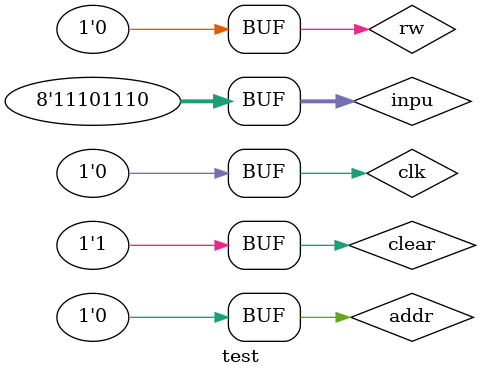
<source format=v>

module demux ( D, sel, y0, y1);
input D;
input sel;
output y0,y1;
wire y0,y1,N;
and g1(y0, D, N);
and g2(y1, D, sel);
not g0(N, sel);
endmodule


module mux (Y, A, B, sel);
output [3:0] Y;
input [3:0] A, B;
input sel;
reg [3:0] Y;
always @(A or B or sel)
if (sel == 1'b0)
Y = A;
else
Y = B;
endmodule

module mux2 (Y, A, B, sel);
output [7:0] Y;
input [7:0] A, B;
input sel;
reg [7:0] Y;
always @(A or B or sel)
if (sel == 1'b0)
Y = A;
else
Y = B;
endmodule

module dff ( output q, output qnot, 
input d, input clk, input clear ); 
reg q, qnot; 

always @( posedge clk ) 
begin 
	if ( ~clear ) 
		begin 
		q <= 0; qnot <= ~q; 
	end 
	q <= d; qnot <= ~q;
end 
endmodule // dff 

module ram1x1 ( output w, input addr, input rw,
input clk, input inpu, input clear );
wire s1,s2,s3,s4;

and and1 (s1, addr, rw);
and and2 (s2, s1, clk);

dff kai (s3, s4, inpu, clk, clear);

and and3 (w, addr, s3);

endmodule

module ram1x4 ( output [3:0] we, input addr, input rw,
input clk, input [3:0] inpu, input clear );

ram1x1 Rodrigo ( we[0], addr, rw, clk, inpu[0], clear);
ram1x1 Gustavo ( we[1], addr, rw, clk, inpu[1], clear);
ram1x1 Ana ( we[2], addr, rw, clk, inpu[2], clear);
ram1x1 Larissa ( we[3], addr, rw, clk, inpu[3], clear);

endmodule

module ram1x8 ( output [7:0] we, input addr, input rw,
input clk, input [7:0] inpu, input clear );

ram1x4 Renata (we[3:0], addr, rw, clk, inpu[3:0], clear);
ram1x4 Inacio (we[7:4], addr, rw, clk, inpu[7:4], clear);


endmodule

module ram2x4 (output [3:0] we, input addr, input rw,
input clk, input [3:0] inpu, input clear);
wire dms0,dms1,s1,s2,s3,s4,s5;
wire [3:0] aw, bw;

demux dm1 (1'b1, addr, dms0, dms1);

ram1x4 Cater (aw, dms0, rw, clk, inpu, clear);
ram1x4 Raphael (bw, dms1, rw, clk, inpu, clear);

mux m1 (we, aw, bw, addr);

endmodule

module ram2x8 (output [7:0] we, input addr, input rw,
input clk, input [7:0] inpu, input clear);
wire dms0,dms1,s1,s2,s3,s4,s5;
wire [7:0] aw, bw;

demux dm1 (1'b1, addr, dms0, dms1);

ram1x8 Cater (aw, dms0, rw, clk, inpu, clear);
ram1x8 Raphael (bw, dms1, rw, clk, inpu, clear);

mux2 m1 (we, aw, bw, addr);

endmodule
 

module test; 
// ------------------------- definir dados 
wire [0:7] we; 
reg addr, rw, clk, clear;
reg [7:0] inpu;

ram2x8 ramiel (we,addr,rw,clk,inpu,clear);
// ------------------------- parte principal 
initial begin 
$display("Guia10Exerc04 - Pedro Henrique Vilar Locatelli - 427453"); 

   $monitor ( "%4d\t%1b\t%1b\t%1b\t%8b\t%1b\t%1b%1b%1b%1b%1b%1b%1b%1b", $time, addr, rw, clk, inpu, clear, we[0],we[1],we[2],we[3],we[4],we[5],we[6],we[7]); 
	#1 clear = 0;
	#1 clear = 1;
//	#1 clear = 0;
	#1 clk = 0;
	#1 inpu = 8'b10100101;
	#1 addr = 1;
	#1 rw = 1;
	#1 clk = 1;
	#1 clk = 0;
	#1 addr = 0;
	#1 inpu = 8'b11101110;
	#1 clk = 1;
	#1 clk = 0;
	#1 rw = 0;
	#1 addr = 1;
	#1 addr = 0;
	
	
	
	
end
endmodule
</source>
